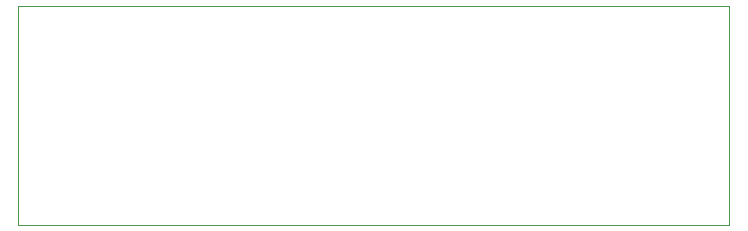
<source format=gbr>
%TF.GenerationSoftware,KiCad,Pcbnew,6.0.7*%
%TF.CreationDate,2022-10-23T18:16:52+02:00*%
%TF.ProjectId,led_circuit_test,6c65645f-6369-4726-9375-69745f746573,rev?*%
%TF.SameCoordinates,Original*%
%TF.FileFunction,Profile,NP*%
%FSLAX46Y46*%
G04 Gerber Fmt 4.6, Leading zero omitted, Abs format (unit mm)*
G04 Created by KiCad (PCBNEW 6.0.7) date 2022-10-23 18:16:52*
%MOMM*%
%LPD*%
G01*
G04 APERTURE LIST*
%TA.AperFunction,Profile*%
%ADD10C,0.100000*%
%TD*%
G04 APERTURE END LIST*
D10*
X135890000Y-43942000D02*
X75692000Y-43942000D01*
X75692000Y-43942000D02*
X75692000Y-25400000D01*
X135890000Y-25400000D02*
X135890000Y-43942000D01*
X75692000Y-25400000D02*
X135890000Y-25400000D01*
M02*

</source>
